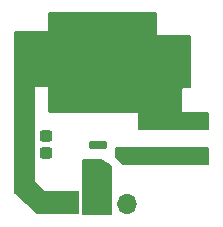
<source format=gbr>
%TF.GenerationSoftware,KiCad,Pcbnew,(6.0.0)*%
%TF.CreationDate,2022-02-02T19:47:16+00:00*%
%TF.ProjectId,LED,4c45442e-6b69-4636-9164-5f7063625858,rev?*%
%TF.SameCoordinates,Original*%
%TF.FileFunction,Soldermask,Top*%
%TF.FilePolarity,Negative*%
%FSLAX46Y46*%
G04 Gerber Fmt 4.6, Leading zero omitted, Abs format (unit mm)*
G04 Created by KiCad (PCBNEW (6.0.0)) date 2022-02-02 19:47:16*
%MOMM*%
%LPD*%
G01*
G04 APERTURE LIST*
G04 Aperture macros list*
%AMRoundRect*
0 Rectangle with rounded corners*
0 $1 Rounding radius*
0 $2 $3 $4 $5 $6 $7 $8 $9 X,Y pos of 4 corners*
0 Add a 4 corners polygon primitive as box body*
4,1,4,$2,$3,$4,$5,$6,$7,$8,$9,$2,$3,0*
0 Add four circle primitives for the rounded corners*
1,1,$1+$1,$2,$3*
1,1,$1+$1,$4,$5*
1,1,$1+$1,$6,$7*
1,1,$1+$1,$8,$9*
0 Add four rect primitives between the rounded corners*
20,1,$1+$1,$2,$3,$4,$5,0*
20,1,$1+$1,$4,$5,$6,$7,0*
20,1,$1+$1,$6,$7,$8,$9,0*
20,1,$1+$1,$8,$9,$2,$3,0*%
G04 Aperture macros list end*
%ADD10RoundRect,0.600000X-0.600000X-1.300000X0.600000X-1.300000X0.600000X1.300000X-0.600000X1.300000X0*%
%ADD11RoundRect,0.237500X-0.300000X-0.237500X0.300000X-0.237500X0.300000X0.237500X-0.300000X0.237500X0*%
%ADD12RoundRect,0.237500X0.300000X0.237500X-0.300000X0.237500X-0.300000X-0.237500X0.300000X-0.237500X0*%
%ADD13RoundRect,0.262500X0.487500X-0.262500X0.487500X0.262500X-0.487500X0.262500X-0.487500X-0.262500X0*%
%ADD14R,1.700000X1.700000*%
%ADD15O,1.700000X1.700000*%
%ADD16RoundRect,0.150000X-0.650000X0.150000X-0.650000X-0.150000X0.650000X-0.150000X0.650000X0.150000X0*%
G04 APERTURE END LIST*
D10*
%TO.C,D1*%
X149500000Y-74500000D03*
X137500000Y-74500000D03*
%TD*%
D11*
%TO.C,C2*%
X136959000Y-80772000D03*
X138684000Y-80772000D03*
%TD*%
D12*
%TO.C,C1*%
X138684000Y-82245200D03*
X136959000Y-82245200D03*
%TD*%
D13*
%TO.C,U2*%
X149500000Y-82609600D03*
X149500000Y-79559600D03*
%TD*%
D14*
%TO.C,J1*%
X140475000Y-86500000D03*
D15*
X143015000Y-86500000D03*
X145555000Y-86500000D03*
%TD*%
D13*
%TO.C,U3*%
X147500000Y-79559600D03*
X147500000Y-82609600D03*
%TD*%
D16*
%TO.C,Q1*%
X143100000Y-81550000D03*
X143100000Y-83450000D03*
X145500000Y-82500000D03*
%TD*%
D13*
%TO.C,U1*%
X151500000Y-79500000D03*
X151500000Y-82550000D03*
%TD*%
G36*
X148042121Y-70270002D02*
G01*
X148088614Y-70323658D01*
X148100000Y-70376000D01*
X148100000Y-72231885D01*
X148104475Y-72247124D01*
X148105865Y-72248329D01*
X148113548Y-72250000D01*
X148228000Y-72250000D01*
X148296121Y-72270002D01*
X148342614Y-72323658D01*
X148354000Y-72376000D01*
X148354000Y-78846912D01*
X148353848Y-78853094D01*
X148353081Y-78868709D01*
X148351869Y-78881015D01*
X148350028Y-78893426D01*
X148347616Y-78905552D01*
X148344565Y-78917733D01*
X148340976Y-78929565D01*
X148336752Y-78941371D01*
X148332019Y-78952798D01*
X148326654Y-78964141D01*
X148320822Y-78975052D01*
X148314373Y-78985810D01*
X148307511Y-78996079D01*
X148300033Y-79006163D01*
X148292179Y-79015733D01*
X148283756Y-79025025D01*
X148275025Y-79033756D01*
X148265733Y-79042179D01*
X148256163Y-79050033D01*
X148246079Y-79057511D01*
X148235810Y-79064373D01*
X148225052Y-79070822D01*
X148214141Y-79076654D01*
X148202798Y-79082019D01*
X148191371Y-79086752D01*
X148179565Y-79090976D01*
X148167733Y-79094565D01*
X148155552Y-79097616D01*
X148143426Y-79100028D01*
X148131015Y-79101869D01*
X148118709Y-79103081D01*
X148103094Y-79103848D01*
X148096912Y-79104000D01*
X146626000Y-79104000D01*
X146557879Y-79083998D01*
X146511386Y-79030342D01*
X146500000Y-78978000D01*
X146500000Y-78868115D01*
X146495525Y-78852876D01*
X146494135Y-78851671D01*
X146486452Y-78850000D01*
X139026000Y-78850000D01*
X138957879Y-78829998D01*
X138911386Y-78776342D01*
X138900000Y-78724000D01*
X138900000Y-70376000D01*
X138920002Y-70307879D01*
X138973658Y-70261386D01*
X139026000Y-70250000D01*
X147974000Y-70250000D01*
X148042121Y-70270002D01*
G37*
G36*
X139108512Y-71783938D02*
G01*
X139146896Y-71843664D01*
X139150636Y-71860671D01*
X139151869Y-71868982D01*
X139153081Y-71881291D01*
X139153848Y-71896906D01*
X139154000Y-71903088D01*
X139154000Y-76596912D01*
X139153848Y-76603094D01*
X139153081Y-76618709D01*
X139151869Y-76631018D01*
X139150636Y-76639329D01*
X139120854Y-76703777D01*
X139060956Y-76741892D01*
X138989960Y-76741574D01*
X138930407Y-76702923D01*
X138901203Y-76638210D01*
X138900000Y-76620838D01*
X138900000Y-76618115D01*
X138895525Y-76602876D01*
X138894135Y-76601671D01*
X138886452Y-76600000D01*
X137768115Y-76600000D01*
X137752876Y-76604475D01*
X137751671Y-76605865D01*
X137750000Y-76613548D01*
X137750000Y-84631885D01*
X137757530Y-84657530D01*
X138487188Y-85387188D01*
X138510650Y-85400000D01*
X141374000Y-85400000D01*
X141442121Y-85420002D01*
X141488614Y-85473658D01*
X141500000Y-85526000D01*
X141500000Y-87274000D01*
X141479998Y-87342121D01*
X141426342Y-87388614D01*
X141374000Y-87400000D01*
X138047343Y-87400000D01*
X137979222Y-87379998D01*
X137964371Y-87368825D01*
X136043028Y-85687650D01*
X136004934Y-85627739D01*
X136000000Y-85592825D01*
X136000000Y-72026000D01*
X136020002Y-71957879D01*
X136073658Y-71911386D01*
X136126000Y-71900000D01*
X138881885Y-71900000D01*
X138897124Y-71895525D01*
X138898329Y-71894135D01*
X138900000Y-71886452D01*
X138900000Y-71879162D01*
X138920002Y-71811041D01*
X138973658Y-71764548D01*
X139043932Y-71754444D01*
X139108512Y-71783938D01*
G37*
G36*
X148010040Y-72108426D02*
G01*
X148069593Y-72147077D01*
X148098797Y-72211790D01*
X148100000Y-72229162D01*
X148100000Y-72231885D01*
X148104475Y-72247124D01*
X148105865Y-72248329D01*
X148113548Y-72250000D01*
X150874000Y-72250000D01*
X150942121Y-72270002D01*
X150988614Y-72323658D01*
X151000000Y-72376000D01*
X151000000Y-76624000D01*
X150979998Y-76692121D01*
X150926342Y-76738614D01*
X150874000Y-76750000D01*
X150268115Y-76750000D01*
X150252876Y-76754475D01*
X150251671Y-76755865D01*
X150250000Y-76763548D01*
X150250000Y-78731885D01*
X150254475Y-78747124D01*
X150255865Y-78748329D01*
X150263548Y-78750000D01*
X152374000Y-78750000D01*
X152442121Y-78770002D01*
X152488614Y-78823658D01*
X152500000Y-78876000D01*
X152500000Y-80124000D01*
X152479998Y-80192121D01*
X152426342Y-80238614D01*
X152374000Y-80250000D01*
X146626000Y-80250000D01*
X146557879Y-80229998D01*
X146511386Y-80176342D01*
X146500000Y-80124000D01*
X146500000Y-78868115D01*
X146495525Y-78852876D01*
X146494135Y-78851671D01*
X146486452Y-78850000D01*
X146479162Y-78850000D01*
X146411041Y-78829998D01*
X146364548Y-78776342D01*
X146354444Y-78706068D01*
X146383938Y-78641488D01*
X146443664Y-78603104D01*
X146460671Y-78599364D01*
X146468982Y-78598131D01*
X146481291Y-78596919D01*
X146496906Y-78596152D01*
X146503088Y-78596000D01*
X147827885Y-78596000D01*
X147843124Y-78591525D01*
X147844329Y-78590135D01*
X147846000Y-78582452D01*
X147846000Y-72253088D01*
X147846152Y-72246906D01*
X147846919Y-72231291D01*
X147848131Y-72218982D01*
X147849364Y-72210671D01*
X147879146Y-72146223D01*
X147939044Y-72108108D01*
X148010040Y-72108426D01*
G37*
G36*
X152442121Y-81770002D02*
G01*
X152488614Y-81823658D01*
X152500000Y-81876000D01*
X152500000Y-83124000D01*
X152479998Y-83192121D01*
X152426342Y-83238614D01*
X152374000Y-83250000D01*
X145302190Y-83250000D01*
X145234069Y-83229998D01*
X145213095Y-83213095D01*
X144536905Y-82536905D01*
X144502879Y-82474593D01*
X144500000Y-82447810D01*
X144500000Y-81876000D01*
X144520002Y-81807879D01*
X144573658Y-81761386D01*
X144626000Y-81750000D01*
X152374000Y-81750000D01*
X152442121Y-81770002D01*
G37*
G36*
X143531743Y-82771162D02*
G01*
X144193892Y-83212595D01*
X144239477Y-83267024D01*
X144250000Y-83317433D01*
X144250000Y-87374000D01*
X144229998Y-87442121D01*
X144176342Y-87488614D01*
X144124000Y-87500000D01*
X141876000Y-87500000D01*
X141807879Y-87479998D01*
X141761386Y-87426342D01*
X141750000Y-87374000D01*
X141750000Y-82876000D01*
X141770002Y-82807879D01*
X141823658Y-82761386D01*
X141876000Y-82750000D01*
X143461851Y-82750000D01*
X143531743Y-82771162D01*
G37*
M02*

</source>
